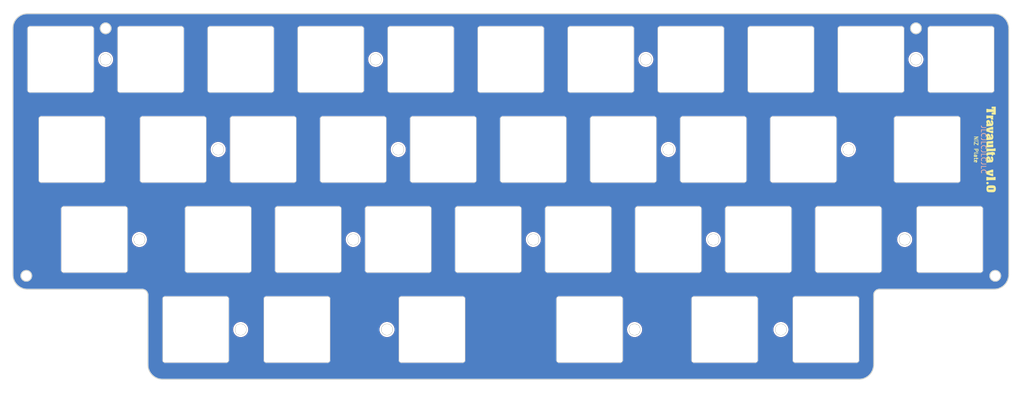
<source format=kicad_pcb>
(kicad_pcb (version 20221018) (generator pcbnew)
  (layers (0 "F.Cu" signal) (31 "B.Cu" signal) (34 "B.Paste" user) (35 "F.Paste" user) (36 "B.SilkS" user "B.Silkscreen") (37 "F.SilkS" user "F.Silkscreen") (38 "B.Mask" user) (39 "F.Mask" user) (44 "Edge.Cuts" user))
  (net 0 "")
  (footprint "cipulot_parts:plate_cut_ecs_pad_NIZ" (layer "F.Cu") (at 192.0875 76.2)
    (fp_text reference "REF**")
    (fp_text value "Value " hide)
    (fp_line (start -7 -6.5) (end -7 6.5) (stroke (width 0.1)) (layer "Edge.Cuts"))
    (fp_line (start -6.5 -7) (end 6.5 -7) (stroke (width 0.1)) (layer "Edge.Cuts"))
    (fp_line (start -6.5 7) (end 6.5 7) (stroke (width 0.1)) (layer "Edge.Cuts"))
    (fp_line (start 7 -6.5) (end 7 6.5) (stroke (width 0.1)) (layer "Edge.Cuts"))
    (fp_arc (start -7 -6.5) (mid -6.853553 -6.853553) (end -6.5 -7) (stroke (width 0.1)) (layer "Edge.Cuts"))
    (fp_arc (start -6.5 7) (mid -6.853526 6.853526) (end -7 6.5) (stroke (width 0.1)) (layer "Edge.Cuts"))
    (fp_arc (start 6.5 -7) (mid 6.853524 -6.853524) (end 7 -6.5) (stroke (width 0.1)) (layer "Edge.Cuts"))
    (fp_arc (start 7 6.5) (mid 6.853553 6.853553) (end 6.5 7) (stroke (width 0.1)) (layer "Edge.Cuts"))
  )
  (footprint "cipulot_parts:plate_cut_ecs_pad_NIZ" (layer "F.Cu") (at 125.4125 95.25)
    (fp_text reference "REF**")
    (fp_text value "Value " hide)
    (fp_line (start -7 -6.5) (end -7 6.5) (stroke (width 0.1)) (layer "Edge.Cuts"))
    (fp_line (start -6.5 -7) (end 6.5 -7) (stroke (width 0.1)) (layer "Edge.Cuts"))
    (fp_line (start -6.5 7) (end 6.5 7) (stroke (width 0.1)) (layer "Edge.Cuts"))
    (fp_line (start 7 -6.5) (end 7 6.5) (stroke (width 0.1)) (layer "Edge.Cuts"))
    (fp_arc (start -7 -6.5) (mid -6.853553 -6.853553) (end -6.5 -7) (stroke (width 0.1)) (layer "Edge.Cuts"))
    (fp_arc (start -6.5 7) (mid -6.853526 6.853526) (end -7 6.5) (stroke (width 0.1)) (layer "Edge.Cuts"))
    (fp_arc (start 6.5 -7) (mid 6.853524 -6.853524) (end 7 -6.5) (stroke (width 0.1)) (layer "Edge.Cuts"))
    (fp_arc (start 7 6.5) (mid 6.853553 6.853553) (end 6.5 7) (stroke (width 0.1)) (layer "Edge.Cuts"))
  )
  (footprint "cipulot_parts:HOLE_M2" (layer "F.Cu") (at 115.8875 95.25)
    (fp_text reference "H5" hide)
    (fp_text value "MountingHole" hide)
    (pad "" np_thru_hole circle (at 0 0) (size 2.2 2.2) (drill 2.2) (layers "*.Cu" "*.Mask" "F.SilkS") (clearance 0.5))
  )
  (footprint "cipulot_parts:plate_cut_ecs_pad_NIZ" (layer "F.Cu") (at 187.325 57.15)
    (fp_text reference "REF**")
    (fp_text value "Value " hide)
    (fp_line (start -7 -6.5) (end -7 6.5) (stroke (width 0.1)) (layer "Edge.Cuts"))
    (fp_line (start -6.5 -7) (end 6.5 -7) (stroke (width 0.1)) (layer "Edge.Cuts"))
    (fp_line (start -6.5 7) (end 6.5 7) (stroke (width 0.1)) (layer "Edge.Cuts"))
    (fp_line (start 7 -6.5) (end 7 6.5) (stroke (width 0.1)) (layer "Edge.Cuts"))
    (fp_arc (start -7 -6.5) (mid -6.853553 -6.853553) (end -6.5 -7) (stroke (width 0.1)) (layer "Edge.Cuts"))
    (fp_arc (start -6.5 7) (mid -6.853526 6.853526) (end -7 6.5) (stroke (width 0.1)) (layer "Edge.Cuts"))
    (fp_arc (start 6.5 -7) (mid 6.853524 -6.853524) (end 7 -6.5) (stroke (width 0.1)) (layer "Edge.Cuts"))
    (fp_arc (start 7 6.5) (mid 6.853553 6.853553) (end 6.5 7) (stroke (width 0.1)) (layer "Edge.Cuts"))
  )
  (footprint "cipulot_parts:HOLE_M2" (layer "F.Cu") (at 220.6625 76.2)
    (fp_text reference "H8" hide)
    (fp_text value "MountingHole" hide)
    (pad "" np_thru_hole circle (at 0 0) (size 2.2 2.2) (drill 2.2) (layers "F&B.Cu" "*.Mask" "F.SilkS") (clearance 0.5))
  )
  (footprint "cipulot_parts:HOLE_M2" (layer "F.Cu") (at 120.65 57.15)
    (fp_text reference "H2" hide)
    (fp_text value "MountingHole" hide)
    (pad "" np_thru_hole circle (at 0 0) (size 2.2 2.2) (drill 2.2) (layers "F&B.Cu" "*.Mask" "F.SilkS") (clearance 0.5))
  )
  (footprint "cipulot_parts:plate_cut_ecs_pad_NIZ" (layer "F.Cu") (at 134.9375 76.2)
    (fp_text reference "REF**")
    (fp_text value "Value " hide)
    (fp_line (start -7 -6.5) (end -7 6.5) (stroke (width 0.1)) (layer "Edge.Cuts"))
    (fp_line (start -6.5 -7) (end 6.5 -7) (stroke (width 0.1)) (layer "Edge.Cuts"))
    (fp_line (start -6.5 7) (end 6.5 7) (stroke (width 0.1)) (layer "Edge.Cuts"))
    (fp_line (start 7 -6.5) (end 7 6.5) (stroke (width 0.1)) (layer "Edge.Cuts"))
    (fp_arc (start -7 -6.5) (mid -6.853553 -6.853553) (end -6.5 -7) (stroke (width 0.1)) (layer "Edge.Cuts"))
    (fp_arc (start -6.5 7) (mid -6.853526 6.853526) (end -7 6.5) (stroke (width 0.1)) (layer "Edge.Cuts"))
    (fp_arc (start 6.5 -7) (mid 6.853524 -6.853524) (end 7 -6.5) (stroke (width 0.1)) (layer "Edge.Cuts"))
    (fp_arc (start 7 6.5) (mid 6.853553 6.853553) (end 6.5 7) (stroke (width 0.1)) (layer "Edge.Cuts"))
  )
  (footprint "cipulot_parts:plate_cut_ecs_pad_NIZ" (layer "F.Cu") (at 96.8375 76.2)
    (fp_text reference "REF**")
    (fp_text value "Value " hide)
    (fp_line (start -7 -6.5) (end -7 6.5) (stroke (width 0.1)) (layer "Edge.Cuts"))
    (fp_line (start -6.5 -7) (end 6.5 -7) (stroke (width 0.1)) (layer "Edge.Cuts"))
    (fp_line (start -6.5 7) (end 6.5 7) (stroke (width 0.1)) (layer "Edge.Cuts"))
    (fp_line (start 7 -6.5) (end 7 6.5) (stroke (width 0.1)) (layer "Edge.Cuts"))
    (fp_arc (start -7 -6.5) (mid -6.853553 -6.853553) (end -6.5 -7) (stroke (width 0.1)) (layer "Edge.Cuts"))
    (fp_arc (start -6.5 7) (mid -6.853526 6.853526) (end -7 6.5) (stroke (width 0.1)) (layer "Edge.Cuts"))
    (fp_arc (start 6.5 -7) (mid 6.853524 -6.853524) (end 7 -6.5) (stroke (width 0.1)) (layer "Edge.Cuts"))
    (fp_arc (start 7 6.5) (mid 6.853553 6.853553) (end 6.5 7) (stroke (width 0.1)) (layer "Edge.Cuts"))
  )
  (footprint "cipulot_parts:plate_cut_ecs_pad_NIZ" (layer "F.Cu") (at 115.8875 76.2)
    (fp_text reference "REF**")
    (fp_text value "Value " hide)
    (fp_line (start -7 -6.5) (end -7 6.5) (stroke (width 0.1)) (layer "Edge.Cuts"))
    (fp_line (start -6.5 -7) (end 6.5 -7) (stroke (width 0.1)) (layer "Edge.Cuts"))
    (fp_line (start -6.5 7) (end 6.5 7) (stroke (width 0.1)) (layer "Edge.Cuts"))
    (fp_line (start 7 -6.5) (end 7 6.5) (stroke (width 0.1)) (layer "Edge.Cuts"))
    (fp_arc (start -7 -6.5) (mid -6.853553 -6.853553) (end -6.5 -7) (stroke (width 0.1)) (layer "Edge.Cuts"))
    (fp_arc (start -6.5 7) (mid -6.853526 6.853526) (end -7 6.5) (stroke (width 0.1)) (layer "Edge.Cuts"))
    (fp_arc (start 6.5 -7) (mid 6.853524 -6.853524) (end 7 -6.5) (stroke (width 0.1)) (layer "Edge.Cuts"))
    (fp_arc (start 7 6.5) (mid 6.853553 6.853553) (end 6.5 7) (stroke (width 0.1)) (layer "Edge.Cuts"))
  )
  (footprint "cipulot_parts:HOLE_M2" (layer "F.Cu") (at 232.56875 95.25)
    (fp_text reference "H13" hide)
    (fp_text value "MountingHole" hide)
    (pad "" np_thru_hole circle (at 0 0) (size 2.2 2.2) (drill 2.2) (layers "F&B.Cu" "*.Mask" "F.SilkS") (clearance 0.5))
  )
  (footprint "" (layer "F.Cu") (at 175.41875 114.3)
    (fp_text reference "" (at 0 0) (layer "F.SilkS") (effects (font (size 1.27 1.27))))
    (fp_text value "" (at 0 0) (layer "F.SilkS") (effects (font (size 1.27 1.27))))
    (pad "" np_thru_hole circle (at 0 0) (size 2.2 2.2) (drill 2.2) (layers "*.Cu" "*.Mask" "F.SilkS") (clearance 0.5))
  )
  (footprint "cipulot_parts:HOLE_M2" (layer "F.Cu") (at 115.8875 95.25)
    (fp_text reference "H10" hide)
    (fp_text value "MountingHole" hide)
    (pad "" np_thru_hole circle (at 0 0) (size 2.2 2.2) (drill 2.2) (layers "F&B.Cu" "*.Mask" "F.SilkS") (clearance 0.5))
  )
  (footprint "" (layer "F.Cu") (at 70.64375 95.25)
    (fp_text reference "" (at 0 0) (layer "F.SilkS") (effects (font (size 1.27 1.27))))
    (fp_text value "" (at 0 0) (layer "F.SilkS") (effects (font (size 1.27 1.27))))
    (pad "" np_thru_hole circle (at 0 0) (size 2.2 2.2) (drill 2.2) (layers "*.Cu" "*.Mask" "F.SilkS") (clearance 0.5))
  )
  (footprint "cipulot_parts:plate_cut_ecs_pad_NIZ" (layer "F.Cu") (at 194.47 114.3)
    (fp_text reference "REF**")
    (fp_text value "Value " hide)
    (fp_line (start -7 -6.5) (end -7 6.5) (stroke (width 0.1)) (layer "Edge.Cuts"))
    (fp_line (start -6.5 -7) (end 6.5 -7) (stroke (width 0.1)) (layer "Edge.Cuts"))
    (fp_line (start -6.5 7) (end 6.5 7) (stroke (width 0.1)) (layer "Edge.Cuts"))
    (fp_line (start 7 -6.5) (end 7 6.5) (stroke (width 0.1)) (layer "Edge.Cuts"))
    (fp_arc (start -7 -6.5) (mid -6.853553 -6.853553) (end -6.5 -7) (stroke (width 0.1)) (layer "Edge.Cuts"))
    (fp_arc (start -6.5 7) (mid -6.853526 6.853526) (end -7 6.5) (stroke (width 0.1)) (layer "Edge.Cuts"))
    (fp_arc (start 6.5 -7) (mid 6.853524 -6.853524) (end 7 -6.5) (stroke (width 0.1)) (layer "Edge.Cuts"))
    (fp_arc (start 7 6.5) (mid 6.853553 6.853553) (end 6.5 7) (stroke (width 0.1)) (layer "Edge.Cuts"))
  )
  (footprint "cipulot_parts:plate_cut_ecs_pad_NIZ" (layer "F.Cu") (at 165.892 114.3)
    (fp_text reference "REF**" hide)
    (fp_text value "Value " hide)
    (fp_line (start -7 -6.5) (end -7 6.5) (stroke (width 0.1)) (layer "Edge.Cuts"))
    (fp_line (start -6.5 -7) (end 6.5 -7) (stroke (width 0.1)) (layer "Edge.Cuts"))
    (fp_line (start -6.5 7) (end 6.5 7) (stroke (width 0.1)) (layer "Edge.Cuts"))
    (fp_line (start 7 -6.5) (end 7 6.5) (stroke (width 0.1)) (layer "Edge.Cuts"))
    (fp_arc (start -7 -6.5) (mid -6.853553 -6.853553) (end -6.5 -7) (stroke (width 0.1)) (layer "Edge.Cuts"))
    (fp_arc (start -6.5 7) (mid -6.853526 6.853526) (end -7 6.5) (stroke (width 0.1)) (layer "Edge.Cuts"))
    (fp_arc (start 6.5 -7) (mid 6.853524 -6.853524) (end 7 -6.5) (stroke (width 0.1)) (layer "Edge.Cuts"))
    (fp_arc (start 7 6.5) (mid 6.853553 6.853553) (end 6.5 7) (stroke (width 0.1)) (layer "Edge.Cuts"))
  )
  (footprint "cipulot_parts:HOLE_M2" (layer "F.Cu") (at 206.375 114.3)
    (fp_text reference "H17" hide)
    (fp_text value "MountingHole" hide)
    (pad "" np_thru_hole circle (at 0 0) (size 2.2 2.2) (drill 2.2) (layers "F&B.Cu" "*.Mask" "F.SilkS") (clearance 0.5))
  )
  (footprint "cipulot_parts:plate_cut_ecs_pad_NIZ" (layer "F.Cu") (at 77.7875 76.2)
    (fp_text reference "REF**")
    (fp_text value "Value " hide)
    (fp_line (start -7 -6.5) (end -7 6.5) (stroke (width 0.1)) (layer "Edge.Cuts"))
    (fp_line (start -6.5 -7) (end 6.5 -7) (stroke (width 0.1)) (layer "Edge.Cuts"))
    (fp_line (start -6.5 7) (end 6.5 7) (stroke (width 0.1)) (layer "Edge.Cuts"))
    (fp_line (start 7 -6.5) (end 7 6.5) (stroke (width 0.1)) (layer "Edge.Cuts"))
    (fp_arc (start -7 -6.5) (mid -6.853553 -6.853553) (end -6.5 -7) (stroke (width 0.1)) (layer "Edge.Cuts"))
    (fp_arc (start -6.5 7) (mid -6.853526 6.853526) (end -7 6.5) (stroke (width 0.1)) (layer "Edge.Cuts"))
    (fp_arc (start 6.5 -7) (mid 6.853524 -6.853524) (end 7 -6.5) (stroke (width 0.1)) (layer "Edge.Cuts"))
    (fp_arc (start 7 6.5) (mid 6.853553 6.853553) (end 6.5 7) (stroke (width 0.1)) (layer "Edge.Cuts"))
  )
  (footprint "cipulot_parts:HOLE_M2" (layer "F.Cu") (at 182.5625 76.2)
    (fp_text reference "H7" hide)
    (fp_text value "MountingHole" hide)
    (pad "" np_thru_hole circle (at 0 0) (size 2.2 2.2) (drill 2.2) (layers "F&B.Cu" "*.Mask" "F.SilkS") (clearance 0.5))
  )
  (footprint "" (layer "F.Cu") (at 92.075 114.3)
    (fp_text reference "" (at 0 0) (layer "F.SilkS") (effects (font (size 1.27 1.27))))
    (fp_text value "" (at 0 0) (layer "F.SilkS") (effects (font (size 1.27 1.27))))
    (pad "" np_thru_hole circle (at 0 0) (size 2.2 2.2) (drill 2.2) (layers "*.Cu" "*.Mask" "F.SilkS") (clearance 0.5))
  )
  (footprint "" (layer "F.Cu") (at 206.375 114.3)
    (fp_text reference "" (at 0 0) (layer "F.SilkS") (effects (font (size 1.27 1.27))))
    (fp_text value "" (at 0 0) (layer "F.SilkS") (effects (font (size 1.27 1.27))))
    (pad "" np_thru_hole circle (at 0 0) (size 2.2 2.2) (drill 2.2) (layers "*.Cu" "*.Mask" "F.SilkS") (clearance 0.5))
  )
  (footprint "cipulot_parts:HOLE_M2" (layer "F.Cu") (at 192.0875 95.25)
    (fp_text reference "H12" hide)
    (fp_text value "MountingHole" hide)
    (pad "" np_thru_hole circle (at 0 0) (size 2.2 2.2) (drill 2.2) (layers "F&B.Cu" "*.Mask" "F.SilkS") (clearance 0.5))
  )
  (footprint "cipulot_parts:plate_cut_ecs_pad_NIZ" (layer "F.Cu") (at 132.555 114.3)
    (fp_text reference "REF**")
    (fp_text value "Value " hide)
    (fp_line (start -7 -6.5) (end -7 6.5) (stroke (width 0.1)) (layer "Edge.Cuts"))
    (fp_line (start -6.5 -7) (end 6.5 -7) (stroke (width 0.1)) (layer "Edge.Cuts"))
    (fp_line (start -6.5 7) (end 6.5 7) (stroke (width 0.1)) (layer "Edge.Cuts"))
    (fp_line (start 7 -6.5) (end 7 6.5) (stroke (width 0.1)) (layer "Edge.Cuts"))
    (fp_arc (start -7 -6.5) (mid -6.853553 -6.853553) (end -6.5 -7) (stroke (width 0.1)) (layer "Edge.Cuts"))
    (fp_arc (start -6.5 7) (mid -6.853526 6.853526) (end -7 6.5) (stroke (width 0.1)) (layer "Edge.Cuts"))
    (fp_arc (start 6.5 -7) (mid 6.853524 -6.853524) (end 7 -6.5) (stroke (width 0.1)) (layer "Edge.Cuts"))
    (fp_arc (start 7 6.5) (mid 6.853553 6.853553) (end 6.5 7) (stroke (width 0.1)) (layer "Edge.Cuts"))
  )
  (footprint "cipulot_parts:plate_cut_ecs_pad_NIZ" (layer "F.Cu") (at 163.5125 95.25)
    (fp_text reference "REF**")
    (fp_text value "Value " hide)
    (fp_line (start -7 -6.5) (end -7 6.5) (stroke (width 0.1)) (layer "Edge.Cuts"))
    (fp_line (start -6.5 -7) (end 6.5 -7) (stroke (width 0.1)) (layer "Edge.Cuts"))
    (fp_line (start -6.5 7) (end 6.5 7) (stroke (width 0.1)) (layer "Edge.Cuts"))
    (fp_line (start 7 -6.5) (end 7 6.5) (stroke (width 0.1)) (layer "Edge.Cuts"))
    (fp_arc (start -7 -6.5) (mid -6.853553 -6.853553) (end -6.5 -7) (stroke (width 0.1)) (layer "Edge.Cuts"))
    (fp_arc (start -6.5 7) (mid -6.853526 6.853526) (end -7 6.5) (stroke (width 0.1)) (layer "Edge.Cuts"))
    (fp_arc (start 6.5 -7) (mid 6.853524 -6.853524) (end 7 -6.5) (stroke (width 0.1)) (layer "Edge.Cuts"))
    (fp_arc (start 7 6.5) (mid 6.853553 6.853553) (end 6.5 7) (stroke (width 0.1)) (layer "Edge.Cuts"))
  )
  (footprint "cipulot_parts:plate_cut_ecs_pad_NIZ" (layer "F.Cu") (at 82.55 114.3)
    (fp_text reference "REF**")
    (fp_text value "Value " hide)
    (fp_line (start -7 -6.5) (end -7 6.5) (stroke (width 0.1)) (layer "Edge.Cuts"))
    (fp_line (start -6.5 -7) (end 6.5 -7) (stroke (width 0.1)) (layer "Edge.Cuts"))
    (fp_line (start -6.5 7) (end 6.5 7) (stroke (width 0.1)) (layer "Edge.Cuts"))
    (fp_line (start 7 -6.5) (end 7 6.5) (stroke (width 0.1)) (layer "Edge.Cuts"))
    (fp_arc (start -7 -6.5) (mid -6.853553 -6.853553) (end -6.5 -7) (stroke (width 0.1)) (layer "Edge.Cuts"))
    (fp_arc (start -6.5 7) (mid -6.853526 6.853526) (end -7 6.5) (stroke (width 0.1)) (layer "Edge.Cuts"))
    (fp_arc (start 6.5 -7) (mid 6.853524 -6.853524) (end 7 -6.5) (stroke (width 0.1)) (layer "Edge.Cuts"))
    (fp_arc (start 7 6.5) (mid 6.853553 6.853553) (end 6.5 7) (stroke (width 0.1)) (layer "Edge.Cuts"))
  )
  (footprint "cipulot_parts:plate_cut_ecs_pad_NIZ" (layer "F.Cu") (at 153.9875 76.2)
    (fp_text reference "REF**")
    (fp_text value "Value " hide)
    (fp_line (start -7 -6.5) (end -7 6.5) (stroke (width 0.1)) (layer "Edge.Cuts"))
    (fp_line (start -6.5 -7) (end 6.5 -7) (stroke (width 0.1)) (layer "Edge.Cuts"))
    (fp_line (start -6.5 7) (end 6.5 7) (stroke (width 0.1)) (layer "Edge.Cuts"))
    (fp_line (start 7 -6.5) (end 7 6.5) (stroke (width 0.1)) (layer "Edge.Cuts"))
    (fp_arc (start -7 -6.5) (mid -6.853553 -6.853553) (end -6.5 -7) (stroke (width 0.1)) (layer "Edge.Cuts"))
    (fp_arc (start -6.5 7) (mid -6.853526 6.853526) (end -7 6.5) (stroke (width 0.1)) (layer "Edge.Cuts"))
    (fp_arc (start 6.5 -7) (mid 6.853524 -6.853524) (end 7 -6.5) (stroke (width 0.1)) (layer "Edge.Cuts"))
    (fp_arc (start 7 6.5) (mid 6.853553 6.853553) (end 6.5 7) (stroke (width 0.1)) (layer "Edge.Cuts"))
  )
  (footprint "cipulot_parts:HOLE_M2" (layer "F.Cu") (at 234.95 57.15)
    (fp_text reference "H4" hide)
    (fp_text value "MountingHole" hide)
    (pad "" np_thru_hole circle (at 0 0) (size 2.2 2.2) (drill 2.2) (layers "F&B.Cu" "*.Mask" "F.SilkS") (clearance 0.5))
  )
  (footprint "cipulot_parts:plate_cut_ecs_pad_NIZ" (layer "F.Cu") (at 225.425 57.15)
    (fp_text reference "REF**")
    (fp_text value "Value " hide)
    (fp_line (start -7 -6.5) (end -7 6.5) (stroke (width 0.1)) (layer "Edge.Cuts"))
    (fp_line (start -6.5 -7) (end 6.5 -7) (stroke (width 0.1)) (layer "Edge.Cuts"))
    (fp_line (start -6.5 7) (end 6.5 7) (stroke (width 0.1)) (layer "Edge.Cuts"))
    (fp_line (start 7 -6.5) (end 7 6.5) (stroke (width 0.1)) (layer "Edge.Cuts"))
    (fp_arc (start -7 -6.5) (mid -6.853553 -6.853553) (end -6.5 -7) (stroke (width 0.1)) (layer "Edge.Cuts"))
    (fp_arc (start -6.5 7) (mid -6.853526 6.853526) (end -7 6.5) (stroke (width 0.1)) (layer "Edge.Cuts"))
    (fp_arc (start 6.5 -7) (mid 6.853524 -6.853524) (end 7 -6.5) (stroke (width 0.1)) (layer "Edge.Cuts"))
    (fp_arc (start 7 6.5) (mid 6.853553 6.853553) (end 6.5 7) (stroke (width 0.1)) (layer "Edge.Cuts"))
  )
  (footprint "cipulot_parts:plate_cut_ecs_pad_NIZ" (layer "F.Cu") (at 61.12 95.25)
    (fp_text reference "REF**")
    (fp_text value "Value " hide)
    (fp_line (start -7 -6.5) (end -7 6.5) (stroke (width 0.1)) (layer "Edge.Cuts"))
    (fp_line (start -6.5 -7) (end 6.5 -7) (stroke (width 0.1)) (layer "Edge.Cuts"))
    (fp_line (start -6.5 7) (end 6.5 7) (stroke (width 0.1)) (layer "Edge.Cuts"))
    (fp_line (start 7 -6.5) (end 7 6.5) (stroke (width 0.1)) (layer "Edge.Cuts"))
    (fp_arc (start -7 -6.5) (mid -6.853553 -6.853553) (end -6.5 -7) (stroke (width 0.1)) (layer "Edge.Cuts"))
    (fp_arc (start -6.5 7) (mid -6.853526 6.853526) (end -7 6.5) (stroke (width 0.1)) (layer "Edge.Cuts"))
    (fp_arc (start 6.5 -7) (mid 6.853524 -6.853524) (end 7 -6.5) (stroke (width 0.1)) (layer "Edge.Cuts"))
    (fp_arc (start 7 6.5) (mid 6.853553 6.853553) (end 6.5 7) (stroke (width 0.1)) (layer "Edge.Cuts"))
  )
  (footprint "cipulot_parts:plate_cut_ecs_pad_NIZ" (layer "F.Cu") (at 168.275 57.15)
    (fp_text reference "REF**")
    (fp_text value "Value " hide)
    (fp_line (start -7 -6.5) (end -7 6.5) (stroke (width 0.1)) (layer "Edge.Cuts"))
    (fp_line (start -6.5 -7) (end 6.5 -7) (stroke (width 0.1)) (layer "Edge.Cuts"))
    (fp_line (start -6.5 7) (end 6.5 7) (stroke (width 0.1)) (layer "Edge.Cuts"))
    (fp_line (start 7 -6.5) (end 7 6.5) (stroke (width 0.1)) (layer "Edge.Cuts"))
    (fp_arc (start -7 -6.5) (mid -6.853553 -6.853553) (end -6.5 -7) (stroke (width 0.1)) (layer "Edge.Cuts"))
    (fp_arc (start -6.5 7) (mid -6.853526 6.853526) (end -7 6.5) (stroke (width 0.1)) (layer "Edge.Cuts"))
    (fp_arc (start 6.5 -7) (mid 6.853524 -6.853524) (end 7 -6.5) (stroke (width 0.1)) (layer "Edge.Cuts"))
    (fp_arc (start 7 6.5) (mid 6.853553 6.853553) (end 6.5 7) (stroke (width 0.1)) (layer "Edge.Cuts"))
  )
  (footprint "cipulot_parts:HOLE_M2" (layer "F.Cu") (at 87.3125 76.2)
    (fp_text reference "H5" hide)
    (fp_text value "MountingHole" hide)
    (pad "" np_thru_hole circle (at 0 0) (size 2.2 2.2) (drill 2.2) (layers "F&B.Cu" "*.Mask" "F.SilkS") (clearance 0.5))
  )
  (footprint "" (layer "F.Cu") (at 177.8 57.15)
    (fp_text reference "" (at 0 0) (layer "F.SilkS") (effects (font (size 1.27 1.27))))
    (fp_text value "" (at 0 0) (layer "F.SilkS") (effects (font (size 1.27 1.27))))
    (pad "" np_thru_hole circle (at 0 0) (size 2.2 2.2) (drill 2.2) (layers "*.Cu" "*.Mask" "F.SilkS") (clearance 0.5))
  )
  (footprint "cipulot_parts:plate_cut_ecs_pad_NIZ" (layer "F.Cu") (at 201.6125 95.25)
    (fp_text reference "REF**")
    (fp_text value "Value " hide)
    (fp_line (start -7 -6.5) (end -7 6.5) (stroke (width 0.1)) (layer "Edge.Cuts"))
    (fp_line (start -6.5 -7) (end 6.5 -7) (stroke (width 0.1)) (layer "Edge.Cuts"))
    (fp_line (start -6.5 7) (end 6.5 7) (stroke (width 0.1)) (layer "Edge.Cuts"))
    (fp_line (start 7 -6.5) (end 7 6.5) (stroke (width 0.1)) (layer "Edge.Cuts"))
    (fp_arc (start -7 -6.5) (mid -6.853553 -6.853553) (end -6.5 -7) (stroke (width 0.1)) (layer "Edge.Cuts"))
    (fp_arc (start -6.5 7) (mid -6.853526 6.853526) (end -7 6.5) (stroke (width 0.1)) (layer "Edge.Cuts"))
    (fp_arc (start 6.5 -7) (mid 6.853524 -6.853524) (end 7 -6.5) (stroke (width 0.1)) (layer "Edge.Cuts"))
    (fp_arc (start 7 6.5) (mid 6.853553 6.853553) (end 6.5 7) (stroke (width 0.1)) (layer "Edge.Cuts"))
  )
  (footprint "cipulot_parts:plate_cut_ecs_pad_NIZ" (layer "F.Cu") (at 237.33 76.2)
    (fp_text reference "REF**")
    (fp_text value "Value " hide)
    (fp_line (start -7 -6.5) (end -7 6.5) (stroke (width 0.1)) (layer "Edge.Cuts"))
    (fp_line (start -6.5 -7) (end 6.5 -7) (stroke (width 0.1)) (layer "Edge.Cuts"))
    (fp_line (start -6.5 7) (end 6.5 7) (stroke (width 0.1)) (layer "Edge.Cuts"))
    (fp_line (start 7 -6.5) (end 7 6.5) (stroke (width 0.1)) (layer "Edge.Cuts"))
    (fp_arc (start -7 -6.5) (mid -6.853553 -6.853553) (end -6.5 -7) (stroke (width 0.1)) (layer "Edge.Cuts"))
    (fp_arc (start -6.5 7) (mid -6.853526 6.853526) (end -7 6.5) (stroke (width 0.1)) (layer "Edge.Cuts"))
    (fp_arc (start 6.5 -7) (mid 6.853524 -6.853524) (end 7 -6.5) (stroke (width 0.1)) (layer "Edge.Cuts"))
    (fp_arc (start 7 6.5) (mid 6.853553 6.853553) (end 6.5 7) (stroke (width 0.1)) (layer "Edge.Cuts"))
  )
  (footprint "cipulot_parts:plate_cut_ecs_pad_NIZ" (layer "F.Cu") (at 53.975 57.15)
    (fp_text reference "REF**")
    (fp_text value "Value " hide)
    (fp_line (start -7 -6.5) (end -7 6.5) (stroke (width 0.1)) (layer "Edge.Cuts"))
    (fp_line (start -6.5 -7) (end 6.5 -7) (stroke (width 0.1)) (layer "Edge.Cuts"))
    (fp_line (start -6.5 7) (end 6.5 7) (stroke (width 0.1)) (layer "Edge.Cuts"))
    (fp_line (start 7 -6.5) (end 7 6.5) (stroke (width 0.1)) (layer "Edge.Cuts"))
    (fp_arc (start -7 -6.5) (mid -6.853553 -6.853553) (end -6.5 -7) (stroke (width 0.1)) (layer "Edge.Cuts"))
    (fp_arc (start -6.5 7) (mid -6.853526 6.853526) (end -7 6.5) (stroke (width 0.1)) (layer "Edge.Cuts"))
    (fp_arc (start 6.5 -7) (mid 6.853524 -6.853524) (end 7 -6.5) (stroke (width 0.1)) (layer "Edge.Cuts"))
    (fp_arc (start 7 6.5) (mid 6.853553 6.853553) (end 6.5 7) (stroke (width 0.1)) (layer "Edge.Cuts"))
  )
  (footprint "" (layer "F.Cu") (at 123.03125 114.3)
    (fp_text reference "" (at 0 0) (layer "F.SilkS") (effects (font (size 1.27 1.27))))
    (fp_text value "" (at 0 0) (layer "F.SilkS") (effects (font (size 1.27 1.27))))
    (pad "" np_thru_hole circle (at 0 0) (size 2.2 2.2) (drill 2.2) (layers "*.Cu" "*.Mask" "F.SilkS") (clearance 0.5))
  )
  (footprint "cipulot_parts:HOLE_M2" (layer "F.Cu") (at 125.4125 76.2)
    (fp_text reference "H6" hide)
    (fp_text value "MountingHole" hide)
    (pad "" np_thru_hole circle (at 0 0) (size 2.2 2.2) (drill 2.2) (layers "F&B.Cu" "*.Mask" "F.SilkS") (clearance 0.5))
  )
  (footprint "cipulot_parts:plate_cut_ecs_pad_NIZ" (layer "F.Cu") (at 220.6625 95.25)
    (fp_text reference "REF**")
    (fp_text value "Value " hide)
    (fp_line (start -7 -6.5) (end -7 6.5) (stroke (width 0.1)) (layer "Edge.Cuts"))
    (fp_line (start -6.5 -7) (end 6.5 -7) (stroke (width 0.1)) (layer "Edge.Cuts"))
    (fp_line (start -6.5 7) (end 6.5 7) (stroke (width 0.1)) (layer "Edge.Cuts"))
    (fp_line (start 7 -6.5) (end 7 6.5) (stroke (width 0.1)) (layer "Edge.Cuts"))
    (fp_arc (start -7 -6.5) (mid -6.853553 -6.853553) (end -6.5 -7) (stroke (width 0.1)) (layer "Edge.Cuts"))
    (fp_arc (start -6.5 7) (mid -6.853526 6.853526) (end -7 6.5) (stroke (width 0.1)) (layer "Edge.Cuts"))
    (fp_arc (start 6.5 -7) (mid 6.853524 -6.853524) (end 7 -6.5) (stroke (width 0.1)) (layer "Edge.Cuts"))
    (fp_arc (start 7 6.5) (mid 6.853553 6.853553) (end 6.5 7) (stroke (width 0.1)) (layer "Edge.Cuts"))
  )
  (footprint "" (layer "F.Cu") (at 192.0875 95.25)
    (fp_text reference "" (at 0 0) (layer "F.SilkS") (effects (font (size 1.27 1.27))))
    (fp_text value "" (at 0 0) (layer "F.SilkS") (effects (font (size 1.27 1.27))))
    (pad "" np_thru_hole circle (at 0 0) (size 2.2 2.2) (drill 2.2) (layers "*.Cu" "*.Mask" "F.SilkS") (clearance 0.5))
  )
  (footprint "" (layer "F.Cu") (at 120.65 57.15)
    (fp_text reference "" (at 0 0) (layer "F.SilkS") (effects (font (size 1.27 1.27))))
    (fp_text value "" (at 0 0) (layer "F.SilkS") (effects (font (size 1.27 1.27))))
    (pad "" np_thru_hole circle (at 0 0) (size 2.2 2.2) (drill 2.2) (layers "*.Cu" "*.Mask" "F.SilkS") (clearance 0.5))
  )
  (footprint "cipulot_parts:plate_cut_ecs_pad_NIZ" (layer "F.Cu") (at 173.0375 76.2)
    (fp_text reference "REF**")
    (fp_text value "Value " hide)
    (fp_line (start -7 -6.5) (end -7 6.5) (stroke (width 0.1)) (layer "Edge.Cuts"))
    (fp_line (start -6.5 -7) (end 6.5 -7) (stroke (width 0.1)) (layer "Edge.Cuts"))
    (fp_line (start -6.5 7) (end 6.5 7) (stroke (width 0.1)) (layer "Edge.Cuts"))
    (fp_line (start 7 -6.5) (end 7 6.5) (stroke (width 0.1)) (layer "Edge.Cuts"))
    (fp_arc (start -7 -6.5) (mid -6.853553 -6.853553) (end -6.5 -7) (stroke (width 0.1)) (layer "Edge.Cuts"))
    (fp_arc (start -6.5 7) (mid -6.853526 6.853526) (end -7 6.5) (stroke (width 0.1)) (layer "Edge.Cuts"))
    (fp_arc (start 6.5 -7) (mid 6.853524 -6.853524) (end 7 -6.5) (stroke (width 0.1)) (layer "Edge.Cuts"))
    (fp_arc (start 7 6.5) (mid 6.853553 6.853553) (end 6.5 7) (stroke (width 0.1)) (layer "Edge.Cuts"))
  )
  (footprint "cipulot_parts:HOLE_M2" (layer "F.Cu") (at 92.075 114.3)
    (fp_text reference "H14" hide)
    (fp_text value "MountingHole" hide)
    (pad "" np_thru_hole circle (at 0 0) (size 2.2 2.2) (drill 2.2) (layers "F&B.Cu" "*.Mask" "F.SilkS") (clearance 0.5))
  )
  (footprint "" (layer "F.Cu") (at 220.6625 76.2)
    (fp_text reference "" (at 0 0) (layer "F.SilkS") (effects (font (size 1.27 1.27))))
    (fp_text value "" (at 0 0) (layer "F.SilkS") (effects (font (size 1.27 1.27))))
    (pad "" np_thru_hole circle (at 0 0) (size 2.2 2.2) (drill 2.2) (layers "*.Cu" "*.Mask" "F.SilkS") (clearance 0.5))
  )
  (footprint "" (layer "F.Cu") (at 63.5 57.15)
    (fp_text reference "" (at 0 0) (layer "F.SilkS") (effects (font (size 1.27 1.27))))
    (fp_text value "" (at 0 0) (layer "F.SilkS") (effects (font (size 1.27 1.27))))
    (pad "" np_thru_hole circle (at 0 0) (size 2.2 2.2) (drill 2.2) (layers "*.Cu" "*.Mask" "F.SilkS") (clearance 0.5))
  )
  (footprint "cipulot_parts:plate_cut_ecs_pad_NIZ" (layer "F.Cu") (at 215.9 114.3)
    (fp_text reference "REF**" hide)
    (fp_text value "Value " hide)
    (fp_line (start -7 -6.5) (end -7 6.5) (stroke (width 0.1)) (layer "Edge.Cuts"))
    (fp_line (start -6.5 -7) (end 6.5 -7) (stroke (width 0.1)) (layer "Edge.Cuts"))
    (fp_line (start -6.5 7) (end 6.5 7) (stroke (width 0.1)) (layer "Edge.Cuts"))
    (fp_line (start 7 -6.5) (end 7 6.5) (stroke (width 0.1)) (layer "Edge.Cuts"))
    (fp_arc (start -7 -6.5) (mid -6.853553 -6.853553) (end -6.5 -7) (stroke (width 0.1)) (layer "Edge.Cuts"))
    (fp_arc (start -6.5 7) (mid -6.853526 6.853526) (end -7 6.5) (stroke (width 0.1)) (layer "Edge.Cuts"))
    (fp_arc (start 6.5 -7) (mid 6.853524 -6.853524) (end 7 -6.5) (stroke (width 0.1)) (layer "Edge.Cuts"))
    (fp_arc (start 7 6.5) (mid 6.853553 6.853553) (end 6.5 7) (stroke (width 0.1)) (layer "Edge.Cuts"))
  )
  (footprint "cipulot_parts:plate_cut_ecs_pad_NIZ" (layer "F.Cu") (at 106.3625 95.25)
    (fp_text reference "REF**")
    (fp_text value "Value " hide)
    (fp_line (start -7 -6.5) (end -7 6.5) (stroke (width 0.1)) (layer "Edge.Cuts"))
    (fp_line (start -6.5 -7) (end 6.5 -7) (stroke (width 0.1)) (layer "Edge.Cuts"))
    (fp_line (start -6.5 7) (end 6.5 7) (stroke (width 0.1)) (layer "Edge.Cuts"))
    (fp_line (start 7 -6.5) (end 7 6.5) (stroke (width 0.1)) (layer "Edge.Cuts"))
    (fp_arc (start -7 -6.5) (mid -6.853553 -6.853553) (end -6.5 -7) (stroke (width 0.1)) (layer "Edge.Cuts"))
    (fp_arc (start -6.5 7) (mid -6.853526 6.853526) (end -7 6.5) (stroke (width 0.1)) (layer "Edge.Cuts"))
    (fp_arc (start 6.5 -7) (mid 6.853524 -6.853524) (end 7 -6.5) (stroke (width 0.1)) (layer "Edge.Cuts"))
    (fp_arc (start 7 6.5) (mid 6.853553 6.853553) (end 6.5 7) (stroke (width 0.1)) (layer "Edge.Cuts"))
  )
  (footprint "cipulot_parts:plate_cut_ecs_pad_NIZ" (layer "F.Cu") (at 111.125 57.15)
    (fp_text reference "REF**")
    (fp_text value "Value " hide)
    (fp_line (start -7 -6.5) (end -7 6.5) (stroke (width 0.1)) (layer "Edge.Cuts"))
    (fp_line (start -6.5 -7) (end 6.5 -7) (stroke (width 0.1)) (layer "Edge.Cuts"))
    (fp_line (start -6.5 7) (end 6.5 7) (stroke (width 0.1)) (layer "Edge.Cuts"))
    (fp_line (start 7 -6.5) (end 7 6.5) (stroke (width 0.1)) (layer "Edge.Cuts"))
    (fp_arc (start -7 -6.5) (mid -6.853553 -6.853553) (end -6.5 -7) (stroke (width 0.1)) (layer "Edge.Cuts"))
    (fp_arc (start -6.5 7) (mid -6.853526 6.853526) (end -7 6.5) (stroke (width 0.1)) (layer "Edge.Cuts"))
    (fp_arc (start 6.5 -7) (mid 6.853524 -6.853524) (end 7 -6.5) (stroke (width 0.1)) (layer "Edge.Cuts"))
    (fp_arc (start 7 6.5) (mid 6.853553 6.853553) (end 6.5 7) (stroke (width 0.1)) (layer "Edge.Cuts"))
  )
  (footprint "cipulot_parts:plate_cut_ecs_pad_NIZ" (layer "F.Cu") (at 242.095 95.25)
    (fp_text reference "REF**")
    (fp_text value "Value " hide)
    (fp_line (start -7 -6.5) (end -7 6.5) (stroke (width 0.1)) (layer "Edge.Cuts"))
    (fp_line (start -6.5 -7) (end 6.5 -7) (stroke (width 0.1)) (layer "Edge.Cuts"))
    (fp_line (start -6.5 7) (end 6.5 7) (stroke (width 0.1)) (layer "Edge.Cuts"))
    (fp_line (start 7 -6.5) (end 7 6.5) (stroke (width 0.1)) (layer "Edge.Cuts"))
    (fp_arc (start -7 -6.5) (mid -6.853553 -6.853553) (end -6.5 -7) (stroke (width 0.1)) (layer "Edge.Cuts"))
    (fp_arc (start -6.5 7) (mid -6.853526 6.853526) (end -7 6.5) (stroke (width 0.1)) (layer "Edge.Cuts"))
    (fp_arc (start 6.5 -7) (mid 6.853524 -6.853524) (end 7 -6.5) (stroke (width 0.1)) (layer "Edge.Cuts"))
    (fp_arc (start 7 6.5) (mid 6.853553 6.853553) (end 6.5 7) (stroke (width 0.1)) (layer "Edge.Cuts"))
  )
  (footprint "cipulot_parts:plate_cut_ecs_pad_NIZ" (layer "F.Cu") (at 182.5625 95.25)
    (fp_text reference "REF**")
    (fp_text value "Value " hide)
    (fp_line (start -7 -6.5) (end -7 6.5) (stroke (width 0.1)) (layer "Edge.Cuts"))
    (fp_line (start -6.5 -7) (end 6.5 -7) (stroke (width 0.1)) (layer "Edge.Cuts"))
    (fp_line (start -6.5 7) (end 6.5 7) (stroke (width 0.1)) (layer "Edge.Cuts"))
    (fp_line (start 7 -6.5) (end 7 6.5) (stroke (width 0.1)) (layer "Edge.Cuts"))
    (fp_arc (start -7 -6.5) (mid -6.853553 -6.853553) (end -6.5 -7) (stroke (width 0.1)) (layer "Edge.Cuts"))
    (fp_arc (start -6.5 7) (mid -6.853526 6.853526) (end -7 6.5) (stroke (width 0.1)) (layer "Edge.Cuts"))
    (fp_arc (start 6.5 -7) (mid 6.853524 -6.853524) (end 7 -6.5) (stroke (width 0.1)) (layer "Edge.Cuts"))
    (fp_arc (start 7 6.5) (mid 6.853553 6.853553) (end 6.5 7) (stroke (width 0.1)) (layer "Edge.Cuts"))
  )
  (footprint "cipulot_parts:plate_cut_ecs_pad_NIZ" (layer "F.Cu") (at 144.4625 95.25)
    (fp_text reference "REF**")
    (fp_text value "Value " hide)
    (fp_line (start -7 -6.5) (end -7 6.5) (stroke (width 0.1)) (layer "Edge.Cuts"))
    (fp_line (start -6.5 -7) (end 6.5 -7) (stroke (width 0.1)) (layer "Edge.Cuts"))
    (fp_line (start -6.5 7) (end 6.5 7) (stroke (width 0.1)) (layer "Edge.Cuts"))
    (fp_line (start 7 -6.5) (end 7 6.5) (stroke (width 0.1)) (layer "Edge.Cuts"))
    (fp_arc (start -7 -6.5) (mid -6.853553 -6.853553) (end -6.5 -7) (stroke (width 0.1)) (layer "Edge.Cuts"))
    (fp_arc (start -6.5 7) (mid -6.853526 6.853526) (end -7 6.5) (stroke (width 0.1)) (layer "Edge.Cuts"))
    (fp_arc (start 6.5 -7) (mid 6.853524 -6.853524) (end 7 -6.5) (stroke (width 0.1)) (layer "Edge.Cuts"))
    (fp_arc (start 7 6.5) (mid 6.853553 6.853553) (end 6.5 7) (stroke (width 0.1)) (layer "Edge.Cuts"))
  )
  (footprint "cipulot_parts:plate_cut_ecs_pad_NIZ" (layer "F.Cu") (at 56.358 76.2)
    (fp_text reference "REF**")
    (fp_text value "Value " hide)
    (fp_line (start -7 -6.5) (end -7 6.5) (stroke (width 0.1)) (layer "Edge.Cuts"))
    (fp_line (start -6.5 -7) (end 6.5 -7) (stroke (width 0.1)) (layer "Edge.Cuts"))
    (fp_line (start -6.5 7) (end 6.5 7) (stroke (width 0.1)) (layer "Edge.Cuts"))
    (fp_line (start 7 -6.5) (end 7 6.5) (stroke (width 0.1)) (layer "Edge.Cuts"))
    (fp_arc (start -7 -6.5) (mid -6.853553 -6.853553) (end -6.5 -7) (stroke (width 0.1)) (layer "Edge.Cuts"))
    (fp_arc (start -6.5 7) (mid -6.853526 6.853526) (end -7 6.5) (stroke (width 0.1)) (layer "Edge.Cuts"))
    (fp_arc (start 6.5 -7) (mid 6.853524 -6.853524) (end 7 -6.5) (stroke (width 0.1)) (layer "Edge.Cuts"))
    (fp_arc (start 7 6.5) (mid 6.853553 6.853553) (end 6.5 7) (stroke (width 0.1)) (layer "Edge.Cuts"))
  )
  (footprint "cipulot_parts:plate_cut_ecs_pad_NIZ" (layer "F.Cu") (at 73.025 57.15)
    (fp_text reference "REF**")
    (fp_text value "Value " hide)
    (fp_line (start -7 -6.5) (end -7 6.5) (stroke (width 0.1)) (layer "Edge.Cuts"))
    (fp_line (start -6.5 -7) (end 6.5 -7) (stroke (width 0.1)) (layer "Edge.Cuts"))
    (fp_line (start -6.5 7) (end 6.5 7) (stroke (width 0.1)) (layer "Edge.Cuts"))
    (fp_line (start 7 -6.5) (end 7 6.5) (stroke (width 0.1)) (layer "Edge.Cuts"))
    (fp_arc (start -7 -6.5) (mid -6.853553 -6.853553) (end -6.5 -7) (stroke (width 0.1)) (layer "Edge.Cuts"))
    (fp_arc (start -6.5 7) (mid -6.853526 6.853526) (end -7 6.5) (stroke (width 0.1)) (layer "Edge.Cuts"))
    (fp_arc (start 6.5 -7) (mid 6.853524 -6.853524) (end 7 -6.5) (stroke (width 0.1)) (layer "Edge.Cuts"))
    (fp_arc (start 7 6.5) (mid 6.853553 6.853553) (end 6.5 7) (stroke (width 0.1)) (layer "Edge.Cuts"))
  )
  (footprint "cipulot_parts:plate_cut_ecs_pad_NIZ" (layer "F.Cu") (at 149.225 57.15)
    (fp_text reference "REF**")
    (fp_text value "Value " hide)
    (fp_line (start -7 -6.5) (end -7 6.5) (stroke (width 0.1)) (layer "Edge.Cuts"))
    (fp_line (start -6.5 -7) (end 6.5 -7) (stroke (width 0.1)) (layer "Edge.Cuts"))
    (fp_line (start -6.5 7) (end 6.5 7) (stroke (width 0.1)) (layer "Edge.Cuts"))
    (fp_line (start 7 -6.5) (end 7 6.5) (stroke (width 0.1)) (layer "Edge.Cuts"))
    (fp_arc (start -7 -6.5) (mid -6.853553 -6.853553) (end -6.5 -7) (stroke (width 0.1)) (layer "Edge.Cuts"))
    (fp_arc (start -6.5 7) (mid -6.853526 6.853526) (end -7 6.5) (stroke (width 0.1)) (layer "Edge.Cuts"))
    (fp_arc (start 6.5 -7) (mid 6.853524 -6.853524) (end 7 -6.5) (stroke (width 0.1)) (layer "Edge.Cuts"))
    (fp_arc (start 7 6.5) (mid 6.853553 6.853553) (end 6.5 7) (stroke (width 0.1)) (layer "Edge.Cuts"))
  )
  (footprint "" (layer "F.Cu") (at 153.9875 95.25)
    (fp_text reference "" (at 0 0) (layer "F.SilkS") (effects (font (size 1.27 1.27))))
    (fp_text value "" (at 0 0) (layer "F.SilkS") (effects (font (size 1.27 1.27))))
    (pad "" np_thru_hole circle locked (at 0 0) (size 2.2 2.2) (drill 2.2) (layers "*.Cu" "*.Mask" "F.SilkS") (clearance 0.5))
  )
  (footprint "" (layer "F.Cu") (at 87.3125 76.2)
    (fp_text reference "" (at 0 0) (layer "F.SilkS") (effects (font (size 1.27 1.27))))
    (fp_text value "" (at 0 0) (layer "F.SilkS") (effects (font (size 1.27 1.27))))
    (pad "" np_thru_hole circle (at 0 0) (size 2.2 2.2) (drill 2.2) (layers "*.Cu" "*.Mask" "F.SilkS") (clearance 0.5))
  )
  (footprint "cipulot_parts:plate_cut_ecs_pad_NIZ" (layer "F.Cu") (at 130.175 57.15)
    (fp_text reference "REF**")
    (fp_text value "Value " hide)
    (fp_line (start -7 -6.5) (end -7 6.5) (stroke (width 0.1)) (layer "Edge.Cuts"))
    (fp_line (start -6.5 -7) (end 6.5 -7) (stroke (width 0.1)) (layer "Edge.Cuts"))
    (fp_line (start -6.5 7) (end 6.5 7) (stroke (width 0.1)) (layer "Edge.Cuts"))
    (fp_line (start 7 -6.5) (end 7 6.5) (stroke (width 0.1)) (layer "Edge.Cuts"))
    (fp_arc (start -7 -6.5) (mid -6.853553 -6.853553) (end -6.5 -7) (stroke (width 0.1)) (layer "Edge.Cuts"))
    (fp_arc (start -6.5 7) (mid -6.853526 6.853526) (end -7 6.5) (stroke (width 0.1)) (layer "Edge.Cuts"))
    (fp_arc (start 6.5 -7) (mid 6.853524 -6.853524) (end 7 -6.5) (stroke (width 0.1)) (layer "Edge.Cuts"))
    (fp_arc (start 7 6.5) (mid 6.853553 6.853553) (end 6.5 7) (stroke (width 0.1)) (layer "Edge.Cuts"))
  )
  (footprint "LOGO" (layer "F.Cu") (at 250.825 76.2 -90)
    (fp_text reference "G***" hide)
    (fp_text value "LOGO" hide)
  )
  (footprint "cipulot_parts:plate_cut_ecs_pad_NIZ" (layer "F.Cu") (at 87.3125 95.25)
    (fp_text reference "REF**")
    (fp_text value "Value " hide)
    (fp_line (start -7 -6.5) (end -7 6.5) (stroke (width 0.1)) (layer "Edge.Cuts"))
    (fp_line (start -6.5 -7) (end 6.5 -7) (stroke (width 0.1)) (layer "Edge.Cuts"))
    (fp_line (start -6.5 7) (end 6.5 7) (stroke (width 0.1)) (layer "Edge.Cuts"))
    (fp_line (start 7 -6.5) (end 7 6.5) (stroke (width 0.1)) (layer "Edge.Cuts"))
    (fp_arc (start -7 -6.5) (mid -6.853553 -6.853553) (end -6.5 -7) (stroke (width 0.1)) (layer "Edge.Cuts"))
    (fp_arc (start -6.5 7) (mid -6.853526 6.853526) (end -7 6.5) (stroke (width 0.1)) (layer "Edge.Cuts"))
    (fp_arc (start 6.5 -7) (mid 6.853524 -6.853524) (end 7 -6.5) (stroke (width 0.1)) (layer "Edge.Cuts"))
    (fp_arc (start 7 6.5) (mid 6.853553 6.853553) (end 6.5 7) (stroke (width 0.1)) (layer "Edge.Cuts"))
  )
  (footprint "cipulot_parts:HOLE_M2" (layer "F.Cu") (at 153.9875 95.25)
    (fp_text reference "H11" hide)
    (fp_text value "MountingHole" hide)
    (pad "" np_thru_hole circle (at 0 0) (size 2.2 2.2) (drill 2.2) (layers "F&B.Cu" "*.Mask" "F.SilkS") (clearance 0.5))
  )
  (footprint "cipulot_parts:plate_cut_ecs_pad_NIZ" (layer "F.Cu") (at 244.475 57.15)
    (fp_text reference "REF**")
    (fp_text value "Value " hide)
    (fp_line (start -7 -6.5) (end -7 6.5) (stroke (width 0.1)) (layer "Edge.Cuts"))
    (fp_line (start -6.5 -7) (end 6.5 -7) (stroke (width 0.1)) (layer "Edge.Cuts"))
    (fp_line (start -6.5 7) (end 6.5 7) (stroke (width 0.1)) (layer "Edge.Cuts"))
    (fp_line (start 7 -6.5) (end 7 6.5) (stroke (width 0.1)) (layer "Edge.Cuts"))
    (fp_arc (start -7 -6.5) (mid -6.853553 -6.853553) (end -6.5 -7) (stroke (width 0.1)) (layer "Edge.Cuts"))
    (fp_arc (start -6.5 7) (mid -6.853526 6.853526) (end -7 6.5) (stroke (width 0.1)) (layer "Edge.Cuts"))
    (fp_arc (start 6.5 -7) (mid 6.853524 -6.853524) (end 7 -6.5) (stroke (width 0.1)) (layer "Edge.Cuts"))
    (fp_arc (start 7 6.5) (mid 6.853553 6.853553) (end 6.5 7) (stroke (width 0.1)) (layer "Edge.Cuts"))
  )
  (footprint "cipulot_parts:plate_cut_ecs_pad_NIZ" (layer "F.Cu") (at 92.075 57.15)
    (fp_text reference "REF**")
    (fp_text value "Value " hide)
    (fp_line (start -7 -6.5) (end -7 6.5) (stroke (width 0.1)) (layer "Edge.Cuts"))
    (fp_line (start -6.5 -7) (end 6.5 -7) (stroke (width 0.1)) (layer "Edge.Cuts"))
    (fp_line (start -6.5 7) (end 6.5 7) (stroke (width 0.1)) (layer "Edge.Cuts"))
    (fp_line (start 7 -6.5) (end 7 6.5) (stroke (width 0.1)) (layer "Edge.Cuts"))
    (fp_arc (start -7 -6.5) (mid -6.853553 -6.853553) (end -6.5 -7) (stroke (width 0.1)) (layer "Edge.Cuts"))
    (fp_arc (start -6.5 7) (mid -6.853526 6.853526) (end -7 6.5) (stroke (width 0.1)) (layer "Edge.Cuts"))
    (fp_arc (start 6.5 -7) (mid 6.853524 -6.853524) (end 7 -6.5) (stroke (width 0.1)) (layer "Edge.Cuts"))
    (fp_arc (start 7 6.5) (mid 6.853553 6.853553) (end 6.5 7) (stroke (width 0.1)) (layer "Edge.Cuts"))
  )
  (footprint "" (layer "F.Cu") (at 234.95 57.15)
    (fp_text reference "" (at 0 0) (layer "F.SilkS") (effects (font (size 1.27 1.27))))
    (fp_text value "" (at 0 0) (layer "F.SilkS") (effects (font (size 1.27 1.27))))
    (pad "" np_thru_hole circle (at 0 0) (size 2.2 2.2) (drill 2.2) (layers "*.Cu" "*.Mask" "F.SilkS") (clearance 0.5))
  )
  (footprint "cipulot_parts:plate_cut_ecs_pad_NIZ" (layer "F.Cu") (at 103.98 114.3)
    (fp_text reference "REF**")
    (fp_text value "Value " hide)
    (fp_line (start -7 -6.5) (end -7 6.5) (stroke (width 0.1)) (layer "Edge.Cuts"))
    (fp_line (start -6.5 -7) (end 6.5 -7) (stroke (width 0.1)) (layer "Edge.Cuts"))
    (fp_line (start -6.5 7) (end 6.5 7) (stroke (width 0.1)) (layer "Edge.Cuts"))
    (fp_line (start 7 -6.5) (end 7 6.5) (stroke (width 0.1)) (layer "Edge.Cuts"))
    (fp_arc (start -7 -6.5) (mid -6.853553 -6.853553) (end -6.5 -7) (stroke (width 0.1)) (layer "Edge.Cuts"))
    (fp_arc (start -6.5 7) (mid -6.853526 6.853526) (end -7 6.5) (stroke (width 0.1)) (layer "Edge.Cuts"))
    (fp_arc (start 6.5 -7) (mid 6.853524 -6.853524) (end 7 -6.5) (stroke (width 0.1)) (layer "Edge.Cuts"))
    (fp_arc (start 7 6.5) (mid 6.853553 6.853553) (end 6.5 7) (stroke (width 0.1)) (layer "Edge.Cuts"))
  )
  (footprint "cipulot_parts:HOLE_M2" (layer "F.Cu") (at 177.8 57.15)
    (fp_text reference "H3" hide)
    (fp_text value "MountingHole" hide)
    (pad "" np_thru_hole circle (at 0 0) (size 2.2 2.2) (drill 2.2) (layers "F&B.Cu" "*.Mask" "F.SilkS") (clearance 0.5))
  )
  (footprint "cipulot_parts:plate_cut_ecs_pad_NIZ" (layer "F.Cu") (at 211.1375 76.2)
    (fp_text reference "REF**")
    (fp_text value "Value " hide)
    (fp_line (start -7 -6.5) (end -7 6.5) (stroke (width 0.1)) (layer "Edge.Cuts"))
    (fp_line (start -6.5 -7) (end 6.5 -7) (stroke (width 0.1)) (layer "Edge.Cuts"))
    (fp_line (start -6.5 7) (end 6.5 7) (stroke (width 0.1)) (layer "Edge.Cuts"))
    (fp_line (start 7 -6.5) (end 7 6.5) (stroke (width 0.1)) (layer "Edge.Cuts"))
    (fp_arc (start -7 -6.5) (mid -6.853553 -6.853553) (end -6.5 -7) (stroke (width 0.1)) (layer "Edge.Cuts"))
    (fp_arc (start -6.5 7) (mid -6.853526 6.853526) (end -7 6.5) (stroke (width 0.1)) (layer "Edge.Cuts"))
    (fp_arc (start 6.5 -7) (mid 6.853524 -6.853524) (end 7 -6.5) (stroke (width 0.1)) (layer "Edge.Cuts"))
    (fp_arc (start 7 6.5) (mid 6.853553 6.853553) (end 6.5 7) (stroke (width 0.1)) (layer "Edge.Cuts"))
  )
  (footprint "" (layer "F.Cu") (at 182.5625 76.2)
    (fp_text reference "" (at 0 0) (layer "F.SilkS") (effects (font (size 1.27 1.27))))
    (fp_text value "" (at 0 0) (layer "F.SilkS") (effects (font (size 1.27 1.27))))
    (pad "" np_thru_hole circle (at 0 0) (size 2.2 2.2) (drill 2.2) (layers "*.Cu" "*.Mask" "F.SilkS") (clearance 0.5))
  )
  (footprint "cipulot_parts:plate_cut_ecs_pad_NIZ" (layer "F.Cu") (at 206.375 57.15)
    (fp_text reference "REF**")
    (fp_text value "Value " hide)
    (fp_line (start -7 -6.5) (end -7 6.5) (stroke (width 0.1)) (layer "Edge.Cuts"))
    (fp_line (start -6.5 -7) (end 6.5 -7) (stroke (width 0.1)) (layer "Edge.Cuts"))
    (fp_line (start -6.5 7) (end 6.5 7) (stroke (width 0.1)) (layer "Edge.Cuts"))
    (fp_line (start 7 -6.5) (end 7 6.5) (stroke (width 0.1)) (layer "Edge.Cuts"))
    (fp_arc (start -7 -6.5) (mid -6.853553 -6.853553) (end -6.5 -7) (stroke (width 0.1)) (layer "Edge.Cuts"))
    (fp_arc (start -6.5 7) (mid -6.853526 6.853526) (end -7 6.5) (stroke (width 0.1)) (layer "Edge.Cuts"))
    (fp_arc (start 6.5 -7) (mid 6.853524 -6.853524) (end 7 -6.5) (stroke (width 0.1)) (layer "Edge.Cuts"))
    (fp_arc (start 7 6.5) (mid 6.853553 6.853553) (end 6.5 7) (stroke (width 0.1)) (layer "Edge.Cuts"))
  )
  (footprint "cipulot_parts:HOLE_M2" (layer "F.Cu") (at 63.5 57.15)
    (fp_text reference "H1" hide)
    (fp_text value "MountingHole" hide)
    (pad "" np_thru_hole circle (at 0 0) (size 2.2 2.2) (drill 2.2) (layers "F&B.Cu" "*.Mask" "F.SilkS") (clearance 0.5))
  )
  (footprint "" (layer "F.Cu") (at 125.4125 76.2)
    (fp_text reference "" (at 0 0) (layer "F.SilkS") (effects (font (size 1.27 1.27))))
    (fp_text value "" (at 0 0) (layer "F.SilkS") (effects (font (size 1.27 1.27))))
    (pad "" np_thru_hole circle (at 0 0) (size 2.2 2.2) (drill 2.2) (layers "*.Cu" "*.Mask" "F.SilkS") (clearance 0.5))
  )
  (gr_line (start 254.575 50.574999) (end 254.575 102.674999) (stroke (width 0.2)) (layer "Edge.Cuts"))
  (gr_circle (center 92.075 114.3) (end 93.225 114.3) (stroke (width 0.2)) (fill none) (layer "Edge.Cuts"))
  (gr_arc (start 43.875 50.574999) (mid 44.782969 48.382968) (end 46.975 47.474999) (stroke (width 0.2)) (layer "Edge.Cuts"))
  (gr_line (start 251.475 105.774999) (end 227.2 105.774999) (stroke (width 0.2)) (layer "Edge.Cuts"))
  (gr_arc (start 226 106.974999) (mid 226.351472 106.126471) (end 227.2 105.774999) (stroke (width 0.2)) (layer "Edge.Cuts"))
  (gr_arc (start 71.25 105.774999) (mid 72.098528 106.126471) (end 72.45 106.974999) (stroke (width 0.2)) (layer "Edge.Cuts"))
  (gr_line (start 222.9 124.824999) (end 75.55 124.824999) (stroke (width 0.2)) (layer "Edge.Cuts"))
  (gr_line (start 72.45 121.724999) (end 72.45 106.974999) (stroke (width 0.2)) (layer "Edge.Cuts"))
  (gr_circle (center 220.6625 76.2) (end 221.8125 76.2) (stroke (width 0.2)) (fill none) (layer "Edge.Cuts"))
  (gr_arc (start 75.55 124.824999) (mid 73.357969 123.91703) (end 72.45 121.724999) (stroke (width 0.2)) (layer "Edge.Cuts"))
  (gr_circle (center 234.95 50.574999) (end 236.1 50.574999) (stroke (width 0.2)) (fill none) (layer "Edge.Cuts"))
  (gr_circle (center 63.5 57.15) (end 64.65 57.15) (stroke (width 0.2)) (fill none) (layer "Edge.Cuts"))
  (gr_line (start 43.875 102.674999) (end 43.875 50.574999) (stroke (width 0.2)) (layer "Edge.Cuts"))
  (gr_arc (start 251.475 47.474999) (mid 253.667031 48.382968) (end 254.575 50.574999) (stroke (width 0.2)) (layer "Edge.Cuts"))
  (gr_circle (center 120.65 57.15) (end 121.8 57.15) (stroke (width 0.2)) (fill none) (layer "Edge.Cuts"))
  (gr_circle (center 175.41875 114.3) (end 176.56875 114.3) (stroke (width 0.2)) (fill none) (layer "Edge.Cuts"))
  (gr_circle (center 206.375 114.3) (end 207.525 114.3) (stroke (width 0.2)) (fill none) (layer "Edge.Cuts"))
  (gr_circle (center 63.5 50.574999) (end 64.65 50.574999) (stroke (width 0.2)) (fill none) (layer "Edge.Cuts"))
  (gr_circle (center 87.3125 76.2) (end 88.4625 76.2) (stroke (width 0.2)) (fill none) (layer "Edge.Cuts"))
  (gr_arc (start 254.575 102.674999) (mid 253.667031 104.86703) (end 251.475 105.774999) (stroke (width 0.2)) (layer "Edge.Cuts"))
  (gr_circle (center 125.4125 76.2) (end 126.5625 76.2) (stroke (width 0.2)) (fill none) (layer "Edge.Cuts"))
  (gr_circle (center 192.0875 95.25) (end 193.2375 95.25) (stroke (width 0.2)) (fill none) (layer "Edge.Cuts"))
  (gr_circle (center 123.03125 114.3) (end 124.18125 114.3) (stroke (width 0.2)) (fill none) (layer "Edge.Cuts"))
  (gr_line (start 46.975 47.474999) (end 251.475 47.474999) (stroke (width 0.2)) (layer "Edge.Cuts"))
  (gr_line (start 226 106.974999) (end 226 121.724999) (stroke (width 0.2)) (layer "Edge.Cuts"))
  (gr_circle (center 70.64375 95.25) (end 71.79375 95.25) (stroke (width 0.2)) (fill none) (layer "Edge.Cuts"))
  (gr_arc (start 226 121.724999) (mid 225.092031 123.91703) (end 222.9 124.824999) (stroke (width 0.2)) (layer "Edge.Cuts"))
  (gr_circle (center 46.716 102.933999) (end 47.866 102.933999) (stroke (width 0.2)) (fill none) (layer "Edge.Cuts"))
  (gr_circle (center 232.56875 95.25) (end 233.71875 95.25) (stroke (width 0.2)) (fill none) (layer "Edge.Cuts"))
  (gr_circle (center 177.8 57.15) (end 178.95 57.15) (stroke (width 0.2)) (fill none) (layer "Edge.Cuts"))
  (gr_circle (center 115.8875 95.25) (end 117.0375 95.25) (stroke (width 0.2)) (fill none) (layer "Edge.Cuts"))
  (gr_circle (center 182.5625 76.2) (end 183.7125 76.2) (stroke (width 0.2)) (fill none) (layer "Edge.Cuts"))
  (gr_circle (center 251.734375 102.933999) (end 252.884375 102.933999) (stroke (width 0.2)) (fill none) (layer "Edge.Cuts"))
  (gr_circle (center 153.9875 95.25) (end 155.1375 95.25) (stroke (width 0.2)) (fill none) (layer "Edge.Cuts"))
  (gr_arc (start 46.975 105.774999) (mid 44.782969 104.86703) (end 43.875 102.674999) (stroke (width 0.2)) (layer "Edge.Cuts"))
  (gr_line (start 71.25 105.774999) (end 46.975 105.774999) (stroke (width 0.2)) (layer "Edge.Cuts"))
  (gr_circle (center 234.95 57.15) (end 236.1 57.15) (stroke (width 0.2)) (fill none) (layer "Edge.Cuts"))
  (gr_text "JLCJLCJLCJLC" (at 249.2375 76.2 -90) (layer "B.SilkS") (effects (font (size 1 1))))
  (gr_text "NiZ Plate" (at 247.65 76.2 270) (layer "F.SilkS") (effects (font (size 0.8 0.8))))
  (zone (net 0) (net_name "") (layers "F&B.Cu") (connect_pads (clearance 0)) (min_thickness 0.254) (fill yes (thermal_gap 0.508) (thermal_bridge_width 0.508) (island_removal_mode 1) (island_area_min 0))
    (polygon (pts (xy 257.81 44.704) (xy 257.81 129.414341) (xy 41.148 129.160341) (xy 41.148 44.577)))
  )
)
</source>
